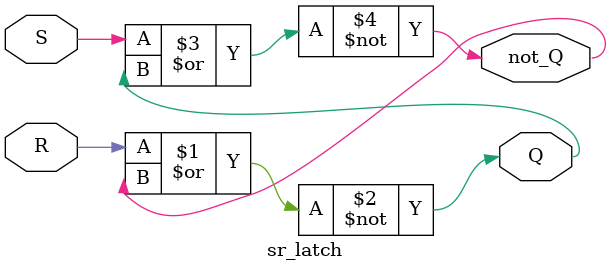
<source format=v>
module sr_latch(S,R,Q,not_Q);
	input S, R;
	output Q, not_Q;
	
	nor nor0(Q, R, not_Q);
	nor nor1(not_Q, S, Q);

endmodule

</source>
